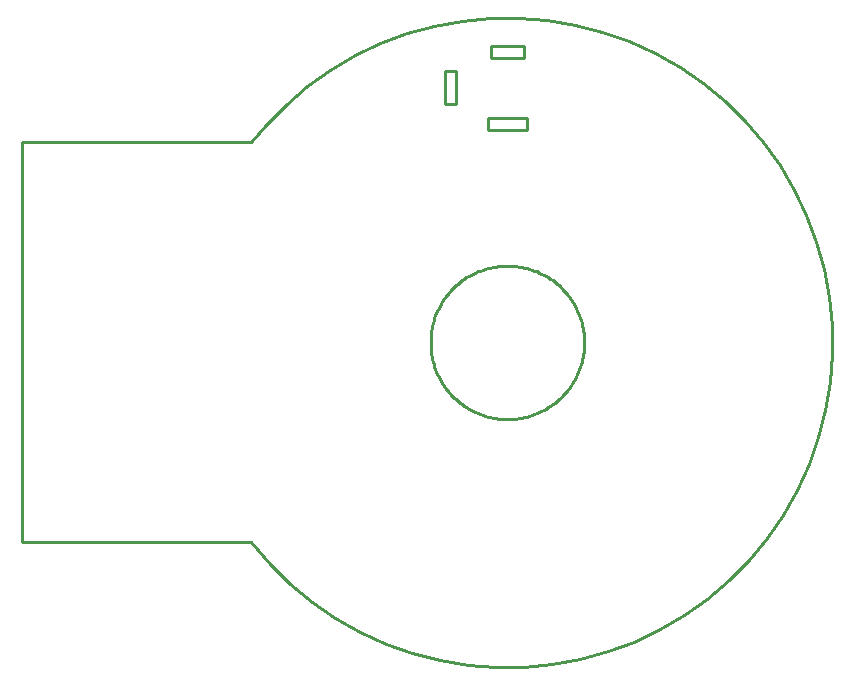
<source format=gbr>
G04 EAGLE Gerber RS-274X export*
G75*
%MOMM*%
%FSLAX34Y34*%
%LPD*%
%IN*%
%IPPOS*%
%AMOC8*
5,1,8,0,0,1.08239X$1,22.5*%
G01*
%ADD10C,0.254000*%


D10*
X-411001Y-169374D02*
X-216827Y-169374D01*
X-201240Y-187627D01*
X-184122Y-204452D01*
X-165602Y-219721D01*
X-145822Y-233318D01*
X-124932Y-245140D01*
X-103091Y-255095D01*
X-80466Y-263110D01*
X-57228Y-269121D01*
X-33555Y-273085D01*
X-9626Y-274970D01*
X14376Y-274763D01*
X38268Y-272465D01*
X61870Y-268093D01*
X85000Y-261680D01*
X107483Y-253276D01*
X129149Y-242945D01*
X149831Y-230764D01*
X169374Y-216827D01*
X187627Y-201240D01*
X204452Y-184122D01*
X219721Y-165602D01*
X233318Y-145822D01*
X245140Y-124932D01*
X255096Y-103091D01*
X263110Y-80466D01*
X269122Y-57228D01*
X273085Y-33555D01*
X274971Y-9626D01*
X274763Y14376D01*
X272465Y38268D01*
X268093Y61869D01*
X261680Y85000D01*
X253276Y107483D01*
X242945Y129149D01*
X230764Y149831D01*
X216827Y169374D01*
X201240Y187627D01*
X184122Y204452D01*
X165602Y219721D01*
X145822Y233318D01*
X124932Y245140D01*
X103091Y255095D01*
X80466Y263110D01*
X57228Y269121D01*
X33555Y273085D01*
X9626Y274970D01*
X-14376Y274763D01*
X-38268Y272465D01*
X-61869Y268093D01*
X-85000Y261680D01*
X-107483Y253276D01*
X-129149Y242945D01*
X-149831Y230764D01*
X-169373Y216827D01*
X-187627Y201240D01*
X-204452Y184122D01*
X-216827Y169374D01*
X-411001Y169374D01*
X-411001Y-169374D01*
X-14000Y240900D02*
X14000Y240900D01*
X14000Y250900D01*
X-14000Y250900D01*
X-14000Y240900D01*
X-16500Y179900D02*
X16500Y179900D01*
X16500Y189900D01*
X-16500Y189900D01*
X-16500Y179900D01*
X-53000Y201900D02*
X-43000Y201900D01*
X-43000Y229900D01*
X-53000Y229900D01*
X-53000Y201900D01*
X65000Y-1110D02*
X65000Y1110D01*
X64924Y3328D01*
X64773Y5543D01*
X64546Y7751D01*
X64243Y9950D01*
X63866Y12138D01*
X63415Y14311D01*
X62889Y16468D01*
X62290Y18606D01*
X61619Y20721D01*
X60875Y22813D01*
X60061Y24878D01*
X59177Y26914D01*
X58223Y28919D01*
X57202Y30890D01*
X56114Y32825D01*
X54961Y34721D01*
X53743Y36577D01*
X52463Y38391D01*
X51122Y40160D01*
X49721Y41882D01*
X48262Y43555D01*
X46747Y45177D01*
X45177Y46747D01*
X43555Y48262D01*
X41882Y49721D01*
X40160Y51122D01*
X38391Y52463D01*
X36577Y53743D01*
X34721Y54961D01*
X32825Y56114D01*
X30890Y57202D01*
X28919Y58223D01*
X26914Y59177D01*
X24878Y60061D01*
X22813Y60875D01*
X20721Y61619D01*
X18606Y62290D01*
X16468Y62889D01*
X14311Y63415D01*
X12138Y63866D01*
X9950Y64243D01*
X7751Y64546D01*
X5543Y64773D01*
X3328Y64924D01*
X1110Y65000D01*
X-1110Y65000D01*
X-3328Y64924D01*
X-5543Y64773D01*
X-7751Y64546D01*
X-9950Y64243D01*
X-12138Y63866D01*
X-14311Y63415D01*
X-16468Y62889D01*
X-18606Y62290D01*
X-20721Y61619D01*
X-22813Y60875D01*
X-24878Y60061D01*
X-26914Y59177D01*
X-28919Y58223D01*
X-30890Y57202D01*
X-32825Y56114D01*
X-34721Y54961D01*
X-36577Y53743D01*
X-38391Y52463D01*
X-40160Y51122D01*
X-41882Y49721D01*
X-43555Y48262D01*
X-45177Y46747D01*
X-46747Y45177D01*
X-48262Y43555D01*
X-49721Y41882D01*
X-51122Y40160D01*
X-52463Y38391D01*
X-53743Y36577D01*
X-54961Y34721D01*
X-56114Y32825D01*
X-57202Y30890D01*
X-58223Y28919D01*
X-59177Y26914D01*
X-60061Y24878D01*
X-60875Y22813D01*
X-61619Y20721D01*
X-62290Y18606D01*
X-62889Y16468D01*
X-63415Y14311D01*
X-63866Y12138D01*
X-64243Y9950D01*
X-64546Y7751D01*
X-64773Y5543D01*
X-64924Y3328D01*
X-65000Y1110D01*
X-65000Y-1110D01*
X-64924Y-3328D01*
X-64773Y-5543D01*
X-64546Y-7751D01*
X-64243Y-9950D01*
X-63866Y-12138D01*
X-63415Y-14311D01*
X-62889Y-16468D01*
X-62290Y-18606D01*
X-61619Y-20721D01*
X-60875Y-22813D01*
X-60061Y-24878D01*
X-59177Y-26914D01*
X-58223Y-28919D01*
X-57202Y-30890D01*
X-56114Y-32825D01*
X-54961Y-34721D01*
X-53743Y-36577D01*
X-52463Y-38391D01*
X-51122Y-40160D01*
X-49721Y-41882D01*
X-48262Y-43555D01*
X-46747Y-45177D01*
X-45177Y-46747D01*
X-43555Y-48262D01*
X-41882Y-49721D01*
X-40160Y-51122D01*
X-38391Y-52463D01*
X-36577Y-53743D01*
X-34721Y-54961D01*
X-32825Y-56114D01*
X-30890Y-57202D01*
X-28919Y-58223D01*
X-26914Y-59177D01*
X-24878Y-60061D01*
X-22813Y-60875D01*
X-20721Y-61619D01*
X-18606Y-62290D01*
X-16468Y-62889D01*
X-14311Y-63415D01*
X-12138Y-63866D01*
X-9950Y-64243D01*
X-7751Y-64546D01*
X-5543Y-64773D01*
X-3328Y-64924D01*
X-1110Y-65000D01*
X1110Y-65000D01*
X3328Y-64924D01*
X5543Y-64773D01*
X7751Y-64546D01*
X9950Y-64243D01*
X12138Y-63866D01*
X14311Y-63415D01*
X16468Y-62889D01*
X18606Y-62290D01*
X20721Y-61619D01*
X22813Y-60875D01*
X24878Y-60061D01*
X26914Y-59177D01*
X28919Y-58223D01*
X30890Y-57202D01*
X32825Y-56114D01*
X34721Y-54961D01*
X36577Y-53743D01*
X38391Y-52463D01*
X40160Y-51122D01*
X41882Y-49721D01*
X43555Y-48262D01*
X45177Y-46747D01*
X46747Y-45177D01*
X48262Y-43555D01*
X49721Y-41882D01*
X51122Y-40160D01*
X52463Y-38391D01*
X53743Y-36577D01*
X54961Y-34721D01*
X56114Y-32825D01*
X57202Y-30890D01*
X58223Y-28919D01*
X59177Y-26914D01*
X60061Y-24878D01*
X60875Y-22813D01*
X61619Y-20721D01*
X62290Y-18606D01*
X62889Y-16468D01*
X63415Y-14311D01*
X63866Y-12138D01*
X64243Y-9950D01*
X64546Y-7751D01*
X64773Y-5543D01*
X64924Y-3328D01*
X65000Y-1110D01*
M02*

</source>
